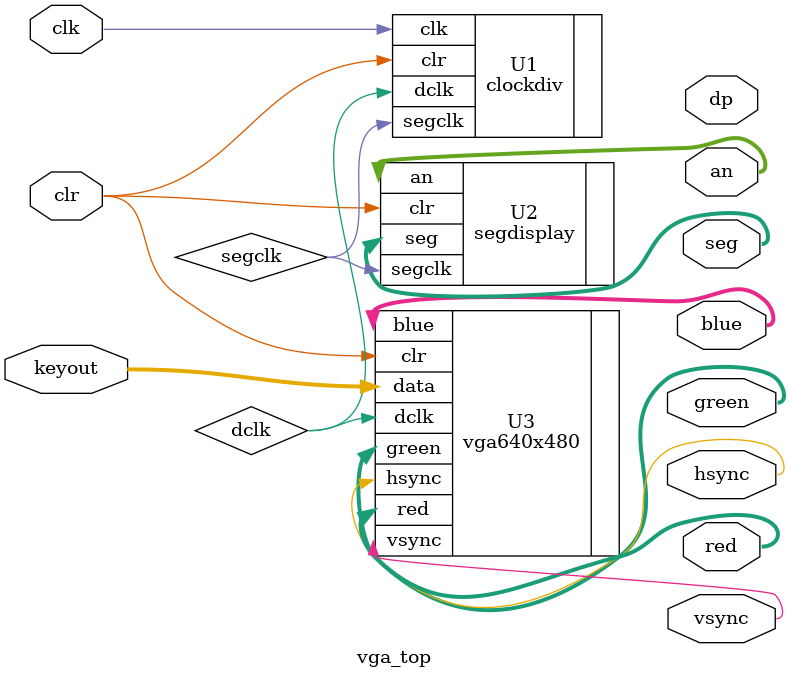
<source format=v>
`timescale 1ns / 1ps
module vga_top(
	input wire clk,			//master clock = 50MHz
	input wire clr,			//right-most pushbutton for reset
	output wire [6:0] seg,	//7-segment display LEDs
	output wire [3:0] an,	//7-segment display anode enable
	output wire dp,			//7-segment display decimal point
	output wire [3:0] red,	//red vga output - 3 bits
	output wire [3:0] green,//green vga output - 3 bits
	output wire [3:0] blue,	//blue vga output - 2 bits
	output wire hsync,		//horizontal sync out
	output wire vsync,			//vertical sync out
	//inout [7:0] JB_kypd,
	input [15:0] keyout
	);

// 7-segment clock interconnect
wire segclk;
// VGA display clock interconnect
wire dclk;

/*
wire [3:0] Decode;
assign keyout = Decode;
// disable the 7-segment decimal points
assign dp = 1;


kypd U4(
    .clk(clk),
    .row(JB_kypd[7:4]),
    .col(JB_kypd[3:0]),
    .key(Decode)
    );
*/
// generate 7-segment clock & display clock
clockdiv U1(
	.clk(clk),
	.clr(clr),
	.segclk(segclk),
	.dclk(dclk)
	);

// 7-segment display controller
segdisplay U2(
	.segclk(segclk),
	.clr(clr),
	.seg(seg),
	.an(an)
	);

// VGA controller
vga640x480 U3(
    .data(keyout),
	.dclk(dclk),
	.clr(clr),
	.hsync(hsync),
	.vsync(vsync),
	.red(red),
	.green(green),
	.blue(blue)
	);

endmodule


</source>
